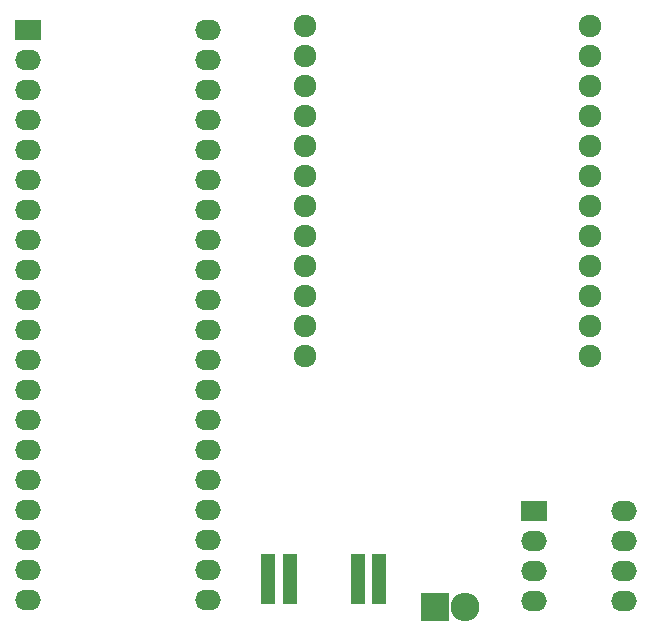
<source format=gbr>
G04 #@! TF.FileFunction,Soldermask,Top*
%FSLAX46Y46*%
G04 Gerber Fmt 4.6, Leading zero omitted, Abs format (unit mm)*
G04 Created by KiCad (PCBNEW 4.0.5) date Saturday, March 04, 2017 'PMt' 10:22:20 PM*
%MOMM*%
%LPD*%
G01*
G04 APERTURE LIST*
%ADD10C,0.100000*%
%ADD11R,2.178000X1.700000*%
%ADD12O,2.178000X1.700000*%
%ADD13C,1.924000*%
%ADD14R,2.432000X2.432000*%
%ADD15O,2.432000X2.432000*%
%ADD16R,1.200000X0.700000*%
G04 APERTURE END LIST*
D10*
D11*
X97028000Y-90424000D03*
D12*
X97028000Y-92964000D03*
X97028000Y-95504000D03*
X97028000Y-98044000D03*
X104648000Y-98044000D03*
X104648000Y-95504000D03*
X104648000Y-92964000D03*
X104648000Y-90424000D03*
D13*
X77680000Y-49330000D03*
X77680000Y-51870000D03*
X77680000Y-54410000D03*
X77680000Y-56950000D03*
X77680000Y-59490000D03*
X77680000Y-62030000D03*
X77680000Y-64570000D03*
X77680000Y-67110000D03*
X77680000Y-69650000D03*
X77680000Y-72190000D03*
X77680000Y-74730000D03*
X77680000Y-77270000D03*
X101810000Y-77270000D03*
X101810000Y-74730000D03*
X101810000Y-72190000D03*
X101810000Y-69650000D03*
X101810000Y-67110000D03*
X101810000Y-64570000D03*
X101810000Y-62030000D03*
X101810000Y-59490000D03*
X101810000Y-56950000D03*
X101810000Y-54410000D03*
X101810000Y-51870000D03*
X101810000Y-49330000D03*
D14*
X88646000Y-98552000D03*
D15*
X91186000Y-98552000D03*
D16*
X74558000Y-94400000D03*
X76358000Y-94400000D03*
X74558000Y-97900000D03*
X76358000Y-97900000D03*
X74558000Y-94900000D03*
X74558000Y-95400000D03*
X74558000Y-95900000D03*
X74558000Y-96400000D03*
X74558000Y-96900000D03*
X74558000Y-97400000D03*
X76358000Y-94900000D03*
X76358000Y-95400000D03*
X76358000Y-95900000D03*
X76358000Y-96900000D03*
X76358000Y-96400000D03*
X76358000Y-97400000D03*
X82158000Y-94400000D03*
X83958000Y-94400000D03*
X82158000Y-97900000D03*
X83958000Y-97900000D03*
X82158000Y-94900000D03*
X82158000Y-95400000D03*
X82158000Y-95900000D03*
X82158000Y-96400000D03*
X82158000Y-96900000D03*
X82158000Y-97400000D03*
X83958000Y-94900000D03*
X83958000Y-95400000D03*
X83958000Y-95900000D03*
X83958000Y-96900000D03*
X83958000Y-96400000D03*
X83958000Y-97400000D03*
D11*
X54250000Y-49700000D03*
D12*
X54250000Y-52240000D03*
X54250000Y-54780000D03*
X54250000Y-57320000D03*
X54250000Y-59860000D03*
X54250000Y-62400000D03*
X54250000Y-64940000D03*
X54250000Y-67480000D03*
X54250000Y-70020000D03*
X54250000Y-72560000D03*
X54250000Y-75100000D03*
X54250000Y-77640000D03*
X54250000Y-80180000D03*
X54250000Y-82720000D03*
X54250000Y-85260000D03*
X54250000Y-87800000D03*
X54250000Y-90340000D03*
X54250000Y-92880000D03*
X54250000Y-95420000D03*
X54250000Y-97960000D03*
X69490000Y-97960000D03*
X69490000Y-95420000D03*
X69490000Y-92880000D03*
X69490000Y-90340000D03*
X69490000Y-87800000D03*
X69490000Y-85260000D03*
X69490000Y-82720000D03*
X69490000Y-80180000D03*
X69490000Y-77640000D03*
X69490000Y-75100000D03*
X69490000Y-72560000D03*
X69490000Y-70020000D03*
X69490000Y-67480000D03*
X69490000Y-64940000D03*
X69490000Y-62400000D03*
X69490000Y-59860000D03*
X69490000Y-57320000D03*
X69490000Y-54780000D03*
X69490000Y-52240000D03*
X69490000Y-49700000D03*
M02*

</source>
